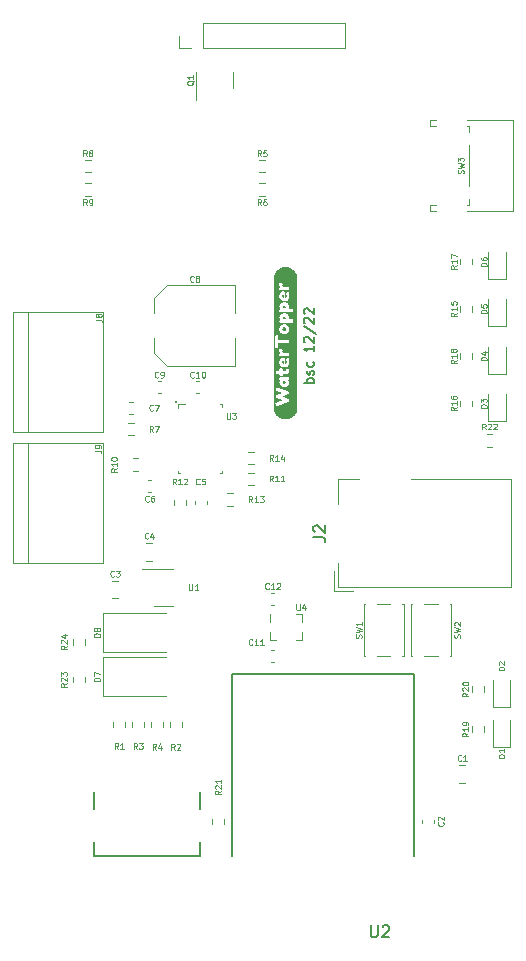
<source format=gbr>
%TF.GenerationSoftware,KiCad,Pcbnew,(6.0.7)*%
%TF.CreationDate,2022-11-21T13:24:11-08:00*%
%TF.ProjectId,WaterTopper,57617465-7254-46f7-9070-65722e6b6963,rev?*%
%TF.SameCoordinates,Original*%
%TF.FileFunction,Legend,Top*%
%TF.FilePolarity,Positive*%
%FSLAX46Y46*%
G04 Gerber Fmt 4.6, Leading zero omitted, Abs format (unit mm)*
G04 Created by KiCad (PCBNEW (6.0.7)) date 2022-11-21 13:24:11*
%MOMM*%
%LPD*%
G01*
G04 APERTURE LIST*
%ADD10C,0.152400*%
%ADD11C,0.125000*%
%ADD12C,0.150000*%
%ADD13C,0.062500*%
%ADD14C,0.120000*%
%ADD15C,0.127000*%
%ADD16C,0.100000*%
G04 APERTURE END LIST*
D10*
X153867695Y-85885085D02*
X153054895Y-85885085D01*
X153364533Y-85885085D02*
X153325828Y-85807676D01*
X153325828Y-85652857D01*
X153364533Y-85575447D01*
X153403238Y-85536742D01*
X153480647Y-85498038D01*
X153712876Y-85498038D01*
X153790285Y-85536742D01*
X153828990Y-85575447D01*
X153867695Y-85652857D01*
X153867695Y-85807676D01*
X153828990Y-85885085D01*
X153828990Y-85188400D02*
X153867695Y-85110990D01*
X153867695Y-84956171D01*
X153828990Y-84878761D01*
X153751580Y-84840057D01*
X153712876Y-84840057D01*
X153635466Y-84878761D01*
X153596761Y-84956171D01*
X153596761Y-85072285D01*
X153558057Y-85149695D01*
X153480647Y-85188400D01*
X153441942Y-85188400D01*
X153364533Y-85149695D01*
X153325828Y-85072285D01*
X153325828Y-84956171D01*
X153364533Y-84878761D01*
X153828990Y-84143371D02*
X153867695Y-84220780D01*
X153867695Y-84375600D01*
X153828990Y-84453009D01*
X153790285Y-84491714D01*
X153712876Y-84530419D01*
X153480647Y-84530419D01*
X153403238Y-84491714D01*
X153364533Y-84453009D01*
X153325828Y-84375600D01*
X153325828Y-84220780D01*
X153364533Y-84143371D01*
X153867695Y-82750000D02*
X153867695Y-83214457D01*
X153867695Y-82982228D02*
X153054895Y-82982228D01*
X153171009Y-83059638D01*
X153248419Y-83137047D01*
X153287123Y-83214457D01*
X153132304Y-82440361D02*
X153093600Y-82401657D01*
X153054895Y-82324247D01*
X153054895Y-82130723D01*
X153093600Y-82053314D01*
X153132304Y-82014609D01*
X153209714Y-81975904D01*
X153287123Y-81975904D01*
X153403238Y-82014609D01*
X153867695Y-82479066D01*
X153867695Y-81975904D01*
X153016190Y-81046990D02*
X154061219Y-81743676D01*
X153132304Y-80814761D02*
X153093600Y-80776057D01*
X153054895Y-80698647D01*
X153054895Y-80505123D01*
X153093600Y-80427714D01*
X153132304Y-80389009D01*
X153209714Y-80350304D01*
X153287123Y-80350304D01*
X153403238Y-80389009D01*
X153867695Y-80853466D01*
X153867695Y-80350304D01*
X153132304Y-80040666D02*
X153093600Y-80001961D01*
X153054895Y-79924552D01*
X153054895Y-79731028D01*
X153093600Y-79653619D01*
X153132304Y-79614914D01*
X153209714Y-79576209D01*
X153287123Y-79576209D01*
X153403238Y-79614914D01*
X153867695Y-80079371D01*
X153867695Y-79576209D01*
D11*
%TO.C,C9*%
X140716666Y-85378571D02*
X140692857Y-85402380D01*
X140621428Y-85426190D01*
X140573809Y-85426190D01*
X140502380Y-85402380D01*
X140454761Y-85354761D01*
X140430952Y-85307142D01*
X140407142Y-85211904D01*
X140407142Y-85140476D01*
X140430952Y-85045238D01*
X140454761Y-84997619D01*
X140502380Y-84950000D01*
X140573809Y-84926190D01*
X140621428Y-84926190D01*
X140692857Y-84950000D01*
X140716666Y-84973809D01*
X140954761Y-85426190D02*
X141050000Y-85426190D01*
X141097619Y-85402380D01*
X141121428Y-85378571D01*
X141169047Y-85307142D01*
X141192857Y-85211904D01*
X141192857Y-85021428D01*
X141169047Y-84973809D01*
X141145238Y-84950000D01*
X141097619Y-84926190D01*
X141002380Y-84926190D01*
X140954761Y-84950000D01*
X140930952Y-84973809D01*
X140907142Y-85021428D01*
X140907142Y-85140476D01*
X140930952Y-85188095D01*
X140954761Y-85211904D01*
X141002380Y-85235714D01*
X141097619Y-85235714D01*
X141145238Y-85211904D01*
X141169047Y-85188095D01*
X141192857Y-85140476D01*
%TO.C,R22*%
X168428571Y-89826190D02*
X168261904Y-89588095D01*
X168142857Y-89826190D02*
X168142857Y-89326190D01*
X168333333Y-89326190D01*
X168380952Y-89350000D01*
X168404761Y-89373809D01*
X168428571Y-89421428D01*
X168428571Y-89492857D01*
X168404761Y-89540476D01*
X168380952Y-89564285D01*
X168333333Y-89588095D01*
X168142857Y-89588095D01*
X168619047Y-89373809D02*
X168642857Y-89350000D01*
X168690476Y-89326190D01*
X168809523Y-89326190D01*
X168857142Y-89350000D01*
X168880952Y-89373809D01*
X168904761Y-89421428D01*
X168904761Y-89469047D01*
X168880952Y-89540476D01*
X168595238Y-89826190D01*
X168904761Y-89826190D01*
X169095238Y-89373809D02*
X169119047Y-89350000D01*
X169166666Y-89326190D01*
X169285714Y-89326190D01*
X169333333Y-89350000D01*
X169357142Y-89373809D01*
X169380952Y-89421428D01*
X169380952Y-89469047D01*
X169357142Y-89540476D01*
X169071428Y-89826190D01*
X169380952Y-89826190D01*
%TO.C,C6*%
X139916666Y-95878571D02*
X139892857Y-95902380D01*
X139821428Y-95926190D01*
X139773809Y-95926190D01*
X139702380Y-95902380D01*
X139654761Y-95854761D01*
X139630952Y-95807142D01*
X139607142Y-95711904D01*
X139607142Y-95640476D01*
X139630952Y-95545238D01*
X139654761Y-95497619D01*
X139702380Y-95450000D01*
X139773809Y-95426190D01*
X139821428Y-95426190D01*
X139892857Y-95450000D01*
X139916666Y-95473809D01*
X140345238Y-95426190D02*
X140250000Y-95426190D01*
X140202380Y-95450000D01*
X140178571Y-95473809D01*
X140130952Y-95545238D01*
X140107142Y-95640476D01*
X140107142Y-95830952D01*
X140130952Y-95878571D01*
X140154761Y-95902380D01*
X140202380Y-95926190D01*
X140297619Y-95926190D01*
X140345238Y-95902380D01*
X140369047Y-95878571D01*
X140392857Y-95830952D01*
X140392857Y-95711904D01*
X140369047Y-95664285D01*
X140345238Y-95640476D01*
X140297619Y-95616666D01*
X140202380Y-95616666D01*
X140154761Y-95640476D01*
X140130952Y-95664285D01*
X140107142Y-95711904D01*
%TO.C,SW3*%
X166559880Y-68141666D02*
X166583690Y-68070238D01*
X166583690Y-67951190D01*
X166559880Y-67903571D01*
X166536071Y-67879761D01*
X166488452Y-67855952D01*
X166440833Y-67855952D01*
X166393214Y-67879761D01*
X166369404Y-67903571D01*
X166345595Y-67951190D01*
X166321785Y-68046428D01*
X166297976Y-68094047D01*
X166274166Y-68117857D01*
X166226547Y-68141666D01*
X166178928Y-68141666D01*
X166131309Y-68117857D01*
X166107500Y-68094047D01*
X166083690Y-68046428D01*
X166083690Y-67927380D01*
X166107500Y-67855952D01*
X166083690Y-67689285D02*
X166583690Y-67570238D01*
X166226547Y-67475000D01*
X166583690Y-67379761D01*
X166083690Y-67260714D01*
X166083690Y-67117857D02*
X166083690Y-66808333D01*
X166274166Y-66975000D01*
X166274166Y-66903571D01*
X166297976Y-66855952D01*
X166321785Y-66832142D01*
X166369404Y-66808333D01*
X166488452Y-66808333D01*
X166536071Y-66832142D01*
X166559880Y-66855952D01*
X166583690Y-66903571D01*
X166583690Y-67046428D01*
X166559880Y-67094047D01*
X166536071Y-67117857D01*
%TO.C,R10*%
X137226190Y-93121428D02*
X136988095Y-93288095D01*
X137226190Y-93407142D02*
X136726190Y-93407142D01*
X136726190Y-93216666D01*
X136750000Y-93169047D01*
X136773809Y-93145238D01*
X136821428Y-93121428D01*
X136892857Y-93121428D01*
X136940476Y-93145238D01*
X136964285Y-93169047D01*
X136988095Y-93216666D01*
X136988095Y-93407142D01*
X137226190Y-92645238D02*
X137226190Y-92930952D01*
X137226190Y-92788095D02*
X136726190Y-92788095D01*
X136797619Y-92835714D01*
X136845238Y-92883333D01*
X136869047Y-92930952D01*
X136726190Y-92335714D02*
X136726190Y-92288095D01*
X136750000Y-92240476D01*
X136773809Y-92216666D01*
X136821428Y-92192857D01*
X136916666Y-92169047D01*
X137035714Y-92169047D01*
X137130952Y-92192857D01*
X137178571Y-92216666D01*
X137202380Y-92240476D01*
X137226190Y-92288095D01*
X137226190Y-92335714D01*
X137202380Y-92383333D01*
X137178571Y-92407142D01*
X137130952Y-92430952D01*
X137035714Y-92454761D01*
X136916666Y-92454761D01*
X136821428Y-92430952D01*
X136773809Y-92407142D01*
X136750000Y-92383333D01*
X136726190Y-92335714D01*
%TO.C,C12*%
X150078571Y-103278571D02*
X150054761Y-103302380D01*
X149983333Y-103326190D01*
X149935714Y-103326190D01*
X149864285Y-103302380D01*
X149816666Y-103254761D01*
X149792857Y-103207142D01*
X149769047Y-103111904D01*
X149769047Y-103040476D01*
X149792857Y-102945238D01*
X149816666Y-102897619D01*
X149864285Y-102850000D01*
X149935714Y-102826190D01*
X149983333Y-102826190D01*
X150054761Y-102850000D01*
X150078571Y-102873809D01*
X150554761Y-103326190D02*
X150269047Y-103326190D01*
X150411904Y-103326190D02*
X150411904Y-102826190D01*
X150364285Y-102897619D01*
X150316666Y-102945238D01*
X150269047Y-102969047D01*
X150745238Y-102873809D02*
X150769047Y-102850000D01*
X150816666Y-102826190D01*
X150935714Y-102826190D01*
X150983333Y-102850000D01*
X151007142Y-102873809D01*
X151030952Y-102921428D01*
X151030952Y-102969047D01*
X151007142Y-103040476D01*
X150721428Y-103326190D01*
X151030952Y-103326190D01*
%TO.C,R3*%
X138916666Y-116876190D02*
X138750000Y-116638095D01*
X138630952Y-116876190D02*
X138630952Y-116376190D01*
X138821428Y-116376190D01*
X138869047Y-116400000D01*
X138892857Y-116423809D01*
X138916666Y-116471428D01*
X138916666Y-116542857D01*
X138892857Y-116590476D01*
X138869047Y-116614285D01*
X138821428Y-116638095D01*
X138630952Y-116638095D01*
X139083333Y-116376190D02*
X139392857Y-116376190D01*
X139226190Y-116566666D01*
X139297619Y-116566666D01*
X139345238Y-116590476D01*
X139369047Y-116614285D01*
X139392857Y-116661904D01*
X139392857Y-116780952D01*
X139369047Y-116828571D01*
X139345238Y-116852380D01*
X139297619Y-116876190D01*
X139154761Y-116876190D01*
X139107142Y-116852380D01*
X139083333Y-116828571D01*
%TO.C,D3*%
X168526190Y-87978823D02*
X168026190Y-87978823D01*
X168026190Y-87859776D01*
X168050000Y-87788347D01*
X168097619Y-87740728D01*
X168145238Y-87716918D01*
X168240476Y-87693109D01*
X168311904Y-87693109D01*
X168407142Y-87716918D01*
X168454761Y-87740728D01*
X168502380Y-87788347D01*
X168526190Y-87859776D01*
X168526190Y-87978823D01*
X168026190Y-87526442D02*
X168026190Y-87216918D01*
X168216666Y-87383585D01*
X168216666Y-87312156D01*
X168240476Y-87264537D01*
X168264285Y-87240728D01*
X168311904Y-87216918D01*
X168430952Y-87216918D01*
X168478571Y-87240728D01*
X168502380Y-87264537D01*
X168526190Y-87312156D01*
X168526190Y-87455014D01*
X168502380Y-87502633D01*
X168478571Y-87526442D01*
%TO.C,R2*%
X142116666Y-116926190D02*
X141950000Y-116688095D01*
X141830952Y-116926190D02*
X141830952Y-116426190D01*
X142021428Y-116426190D01*
X142069047Y-116450000D01*
X142092857Y-116473809D01*
X142116666Y-116521428D01*
X142116666Y-116592857D01*
X142092857Y-116640476D01*
X142069047Y-116664285D01*
X142021428Y-116688095D01*
X141830952Y-116688095D01*
X142307142Y-116473809D02*
X142330952Y-116450000D01*
X142378571Y-116426190D01*
X142497619Y-116426190D01*
X142545238Y-116450000D01*
X142569047Y-116473809D01*
X142592857Y-116521428D01*
X142592857Y-116569047D01*
X142569047Y-116640476D01*
X142283333Y-116926190D01*
X142592857Y-116926190D01*
%TO.C,C3*%
X136966666Y-102228571D02*
X136942857Y-102252380D01*
X136871428Y-102276190D01*
X136823809Y-102276190D01*
X136752380Y-102252380D01*
X136704761Y-102204761D01*
X136680952Y-102157142D01*
X136657142Y-102061904D01*
X136657142Y-101990476D01*
X136680952Y-101895238D01*
X136704761Y-101847619D01*
X136752380Y-101800000D01*
X136823809Y-101776190D01*
X136871428Y-101776190D01*
X136942857Y-101800000D01*
X136966666Y-101823809D01*
X137133333Y-101776190D02*
X137442857Y-101776190D01*
X137276190Y-101966666D01*
X137347619Y-101966666D01*
X137395238Y-101990476D01*
X137419047Y-102014285D01*
X137442857Y-102061904D01*
X137442857Y-102180952D01*
X137419047Y-102228571D01*
X137395238Y-102252380D01*
X137347619Y-102276190D01*
X137204761Y-102276190D01*
X137157142Y-102252380D01*
X137133333Y-102228571D01*
%TO.C,D7*%
X135776190Y-111119047D02*
X135276190Y-111119047D01*
X135276190Y-111000000D01*
X135300000Y-110928571D01*
X135347619Y-110880952D01*
X135395238Y-110857142D01*
X135490476Y-110833333D01*
X135561904Y-110833333D01*
X135657142Y-110857142D01*
X135704761Y-110880952D01*
X135752380Y-110928571D01*
X135776190Y-111000000D01*
X135776190Y-111119047D01*
X135276190Y-110666666D02*
X135276190Y-110333333D01*
X135776190Y-110547619D01*
%TO.C,C4*%
X139866666Y-99028571D02*
X139842857Y-99052380D01*
X139771428Y-99076190D01*
X139723809Y-99076190D01*
X139652380Y-99052380D01*
X139604761Y-99004761D01*
X139580952Y-98957142D01*
X139557142Y-98861904D01*
X139557142Y-98790476D01*
X139580952Y-98695238D01*
X139604761Y-98647619D01*
X139652380Y-98600000D01*
X139723809Y-98576190D01*
X139771428Y-98576190D01*
X139842857Y-98600000D01*
X139866666Y-98623809D01*
X140295238Y-98742857D02*
X140295238Y-99076190D01*
X140176190Y-98552380D02*
X140057142Y-98909523D01*
X140366666Y-98909523D01*
%TO.C,R11*%
X150428571Y-94226190D02*
X150261904Y-93988095D01*
X150142857Y-94226190D02*
X150142857Y-93726190D01*
X150333333Y-93726190D01*
X150380952Y-93750000D01*
X150404761Y-93773809D01*
X150428571Y-93821428D01*
X150428571Y-93892857D01*
X150404761Y-93940476D01*
X150380952Y-93964285D01*
X150333333Y-93988095D01*
X150142857Y-93988095D01*
X150904761Y-94226190D02*
X150619047Y-94226190D01*
X150761904Y-94226190D02*
X150761904Y-93726190D01*
X150714285Y-93797619D01*
X150666666Y-93845238D01*
X150619047Y-93869047D01*
X151380952Y-94226190D02*
X151095238Y-94226190D01*
X151238095Y-94226190D02*
X151238095Y-93726190D01*
X151190476Y-93797619D01*
X151142857Y-93845238D01*
X151095238Y-93869047D01*
%TO.C,D8*%
X135776190Y-107369047D02*
X135276190Y-107369047D01*
X135276190Y-107250000D01*
X135300000Y-107178571D01*
X135347619Y-107130952D01*
X135395238Y-107107142D01*
X135490476Y-107083333D01*
X135561904Y-107083333D01*
X135657142Y-107107142D01*
X135704761Y-107130952D01*
X135752380Y-107178571D01*
X135776190Y-107250000D01*
X135776190Y-107369047D01*
X135490476Y-106797619D02*
X135466666Y-106845238D01*
X135442857Y-106869047D01*
X135395238Y-106892857D01*
X135371428Y-106892857D01*
X135323809Y-106869047D01*
X135300000Y-106845238D01*
X135276190Y-106797619D01*
X135276190Y-106702380D01*
X135300000Y-106654761D01*
X135323809Y-106630952D01*
X135371428Y-106607142D01*
X135395238Y-106607142D01*
X135442857Y-106630952D01*
X135466666Y-106654761D01*
X135490476Y-106702380D01*
X135490476Y-106797619D01*
X135514285Y-106845238D01*
X135538095Y-106869047D01*
X135585714Y-106892857D01*
X135680952Y-106892857D01*
X135728571Y-106869047D01*
X135752380Y-106845238D01*
X135776190Y-106797619D01*
X135776190Y-106702380D01*
X135752380Y-106654761D01*
X135728571Y-106630952D01*
X135680952Y-106607142D01*
X135585714Y-106607142D01*
X135538095Y-106630952D01*
X135514285Y-106654761D01*
X135490476Y-106702380D01*
%TO.C,D2*%
X170026190Y-110219047D02*
X169526190Y-110219047D01*
X169526190Y-110100000D01*
X169550000Y-110028571D01*
X169597619Y-109980952D01*
X169645238Y-109957142D01*
X169740476Y-109933333D01*
X169811904Y-109933333D01*
X169907142Y-109957142D01*
X169954761Y-109980952D01*
X170002380Y-110028571D01*
X170026190Y-110100000D01*
X170026190Y-110219047D01*
X169573809Y-109742857D02*
X169550000Y-109719047D01*
X169526190Y-109671428D01*
X169526190Y-109552380D01*
X169550000Y-109504761D01*
X169573809Y-109480952D01*
X169621428Y-109457142D01*
X169669047Y-109457142D01*
X169740476Y-109480952D01*
X170026190Y-109766666D01*
X170026190Y-109457142D01*
%TO.C,R17*%
X165976190Y-75931204D02*
X165738095Y-76097871D01*
X165976190Y-76216918D02*
X165476190Y-76216918D01*
X165476190Y-76026442D01*
X165500000Y-75978823D01*
X165523809Y-75955014D01*
X165571428Y-75931204D01*
X165642857Y-75931204D01*
X165690476Y-75955014D01*
X165714285Y-75978823D01*
X165738095Y-76026442D01*
X165738095Y-76216918D01*
X165976190Y-75455014D02*
X165976190Y-75740728D01*
X165976190Y-75597871D02*
X165476190Y-75597871D01*
X165547619Y-75645490D01*
X165595238Y-75693109D01*
X165619047Y-75740728D01*
X165476190Y-75288347D02*
X165476190Y-74955014D01*
X165976190Y-75169299D01*
D12*
%TO.C,J2*%
X153852380Y-98933333D02*
X154566666Y-98933333D01*
X154709523Y-98980952D01*
X154804761Y-99076190D01*
X154852380Y-99219047D01*
X154852380Y-99314285D01*
X153947619Y-98504761D02*
X153900000Y-98457142D01*
X153852380Y-98361904D01*
X153852380Y-98123809D01*
X153900000Y-98028571D01*
X153947619Y-97980952D01*
X154042857Y-97933333D01*
X154138095Y-97933333D01*
X154280952Y-97980952D01*
X154852380Y-98552380D01*
X154852380Y-97933333D01*
D11*
%TO.C,R4*%
X140516666Y-116926190D02*
X140350000Y-116688095D01*
X140230952Y-116926190D02*
X140230952Y-116426190D01*
X140421428Y-116426190D01*
X140469047Y-116450000D01*
X140492857Y-116473809D01*
X140516666Y-116521428D01*
X140516666Y-116592857D01*
X140492857Y-116640476D01*
X140469047Y-116664285D01*
X140421428Y-116688095D01*
X140230952Y-116688095D01*
X140945238Y-116592857D02*
X140945238Y-116926190D01*
X140826190Y-116402380D02*
X140707142Y-116759523D01*
X141016666Y-116759523D01*
%TO.C,R21*%
X146026190Y-120421428D02*
X145788095Y-120588095D01*
X146026190Y-120707142D02*
X145526190Y-120707142D01*
X145526190Y-120516666D01*
X145550000Y-120469047D01*
X145573809Y-120445238D01*
X145621428Y-120421428D01*
X145692857Y-120421428D01*
X145740476Y-120445238D01*
X145764285Y-120469047D01*
X145788095Y-120516666D01*
X145788095Y-120707142D01*
X145573809Y-120230952D02*
X145550000Y-120207142D01*
X145526190Y-120159523D01*
X145526190Y-120040476D01*
X145550000Y-119992857D01*
X145573809Y-119969047D01*
X145621428Y-119945238D01*
X145669047Y-119945238D01*
X145740476Y-119969047D01*
X146026190Y-120254761D01*
X146026190Y-119945238D01*
X146026190Y-119469047D02*
X146026190Y-119754761D01*
X146026190Y-119611904D02*
X145526190Y-119611904D01*
X145597619Y-119659523D01*
X145645238Y-119707142D01*
X145669047Y-119754761D01*
%TO.C,R19*%
X166976190Y-115521428D02*
X166738095Y-115688095D01*
X166976190Y-115807142D02*
X166476190Y-115807142D01*
X166476190Y-115616666D01*
X166500000Y-115569047D01*
X166523809Y-115545238D01*
X166571428Y-115521428D01*
X166642857Y-115521428D01*
X166690476Y-115545238D01*
X166714285Y-115569047D01*
X166738095Y-115616666D01*
X166738095Y-115807142D01*
X166976190Y-115045238D02*
X166976190Y-115330952D01*
X166976190Y-115188095D02*
X166476190Y-115188095D01*
X166547619Y-115235714D01*
X166595238Y-115283333D01*
X166619047Y-115330952D01*
X166976190Y-114807142D02*
X166976190Y-114711904D01*
X166952380Y-114664285D01*
X166928571Y-114640476D01*
X166857142Y-114592857D01*
X166761904Y-114569047D01*
X166571428Y-114569047D01*
X166523809Y-114592857D01*
X166500000Y-114616666D01*
X166476190Y-114664285D01*
X166476190Y-114759523D01*
X166500000Y-114807142D01*
X166523809Y-114830952D01*
X166571428Y-114854761D01*
X166690476Y-114854761D01*
X166738095Y-114830952D01*
X166761904Y-114807142D01*
X166785714Y-114759523D01*
X166785714Y-114664285D01*
X166761904Y-114616666D01*
X166738095Y-114592857D01*
X166690476Y-114569047D01*
%TO.C,R13*%
X148678571Y-95976190D02*
X148511904Y-95738095D01*
X148392857Y-95976190D02*
X148392857Y-95476190D01*
X148583333Y-95476190D01*
X148630952Y-95500000D01*
X148654761Y-95523809D01*
X148678571Y-95571428D01*
X148678571Y-95642857D01*
X148654761Y-95690476D01*
X148630952Y-95714285D01*
X148583333Y-95738095D01*
X148392857Y-95738095D01*
X149154761Y-95976190D02*
X148869047Y-95976190D01*
X149011904Y-95976190D02*
X149011904Y-95476190D01*
X148964285Y-95547619D01*
X148916666Y-95595238D01*
X148869047Y-95619047D01*
X149321428Y-95476190D02*
X149630952Y-95476190D01*
X149464285Y-95666666D01*
X149535714Y-95666666D01*
X149583333Y-95690476D01*
X149607142Y-95714285D01*
X149630952Y-95761904D01*
X149630952Y-95880952D01*
X149607142Y-95928571D01*
X149583333Y-95952380D01*
X149535714Y-95976190D01*
X149392857Y-95976190D01*
X149345238Y-95952380D01*
X149321428Y-95928571D01*
%TO.C,R7*%
X140266666Y-90026190D02*
X140100000Y-89788095D01*
X139980952Y-90026190D02*
X139980952Y-89526190D01*
X140171428Y-89526190D01*
X140219047Y-89550000D01*
X140242857Y-89573809D01*
X140266666Y-89621428D01*
X140266666Y-89692857D01*
X140242857Y-89740476D01*
X140219047Y-89764285D01*
X140171428Y-89788095D01*
X139980952Y-89788095D01*
X140433333Y-89526190D02*
X140766666Y-89526190D01*
X140552380Y-90026190D01*
%TO.C,R23*%
X132976190Y-111321428D02*
X132738095Y-111488095D01*
X132976190Y-111607142D02*
X132476190Y-111607142D01*
X132476190Y-111416666D01*
X132500000Y-111369047D01*
X132523809Y-111345238D01*
X132571428Y-111321428D01*
X132642857Y-111321428D01*
X132690476Y-111345238D01*
X132714285Y-111369047D01*
X132738095Y-111416666D01*
X132738095Y-111607142D01*
X132523809Y-111130952D02*
X132500000Y-111107142D01*
X132476190Y-111059523D01*
X132476190Y-110940476D01*
X132500000Y-110892857D01*
X132523809Y-110869047D01*
X132571428Y-110845238D01*
X132619047Y-110845238D01*
X132690476Y-110869047D01*
X132976190Y-111154761D01*
X132976190Y-110845238D01*
X132476190Y-110678571D02*
X132476190Y-110369047D01*
X132666666Y-110535714D01*
X132666666Y-110464285D01*
X132690476Y-110416666D01*
X132714285Y-110392857D01*
X132761904Y-110369047D01*
X132880952Y-110369047D01*
X132928571Y-110392857D01*
X132952380Y-110416666D01*
X132976190Y-110464285D01*
X132976190Y-110607142D01*
X132952380Y-110654761D01*
X132928571Y-110678571D01*
%TO.C,J8*%
X135426190Y-80516666D02*
X135783333Y-80516666D01*
X135854761Y-80540476D01*
X135902380Y-80588095D01*
X135926190Y-80659523D01*
X135926190Y-80707142D01*
X135640476Y-80207142D02*
X135616666Y-80254761D01*
X135592857Y-80278571D01*
X135545238Y-80302380D01*
X135521428Y-80302380D01*
X135473809Y-80278571D01*
X135450000Y-80254761D01*
X135426190Y-80207142D01*
X135426190Y-80111904D01*
X135450000Y-80064285D01*
X135473809Y-80040476D01*
X135521428Y-80016666D01*
X135545238Y-80016666D01*
X135592857Y-80040476D01*
X135616666Y-80064285D01*
X135640476Y-80111904D01*
X135640476Y-80207142D01*
X135664285Y-80254761D01*
X135688095Y-80278571D01*
X135735714Y-80302380D01*
X135830952Y-80302380D01*
X135878571Y-80278571D01*
X135902380Y-80254761D01*
X135926190Y-80207142D01*
X135926190Y-80111904D01*
X135902380Y-80064285D01*
X135878571Y-80040476D01*
X135830952Y-80016666D01*
X135735714Y-80016666D01*
X135688095Y-80040476D01*
X135664285Y-80064285D01*
X135640476Y-80111904D01*
%TO.C,R18*%
X165976190Y-83931204D02*
X165738095Y-84097871D01*
X165976190Y-84216918D02*
X165476190Y-84216918D01*
X165476190Y-84026442D01*
X165500000Y-83978823D01*
X165523809Y-83955014D01*
X165571428Y-83931204D01*
X165642857Y-83931204D01*
X165690476Y-83955014D01*
X165714285Y-83978823D01*
X165738095Y-84026442D01*
X165738095Y-84216918D01*
X165976190Y-83455014D02*
X165976190Y-83740728D01*
X165976190Y-83597871D02*
X165476190Y-83597871D01*
X165547619Y-83645490D01*
X165595238Y-83693109D01*
X165619047Y-83740728D01*
X165690476Y-83169299D02*
X165666666Y-83216918D01*
X165642857Y-83240728D01*
X165595238Y-83264537D01*
X165571428Y-83264537D01*
X165523809Y-83240728D01*
X165500000Y-83216918D01*
X165476190Y-83169299D01*
X165476190Y-83074061D01*
X165500000Y-83026442D01*
X165523809Y-83002633D01*
X165571428Y-82978823D01*
X165595238Y-82978823D01*
X165642857Y-83002633D01*
X165666666Y-83026442D01*
X165690476Y-83074061D01*
X165690476Y-83169299D01*
X165714285Y-83216918D01*
X165738095Y-83240728D01*
X165785714Y-83264537D01*
X165880952Y-83264537D01*
X165928571Y-83240728D01*
X165952380Y-83216918D01*
X165976190Y-83169299D01*
X165976190Y-83074061D01*
X165952380Y-83026442D01*
X165928571Y-83002633D01*
X165880952Y-82978823D01*
X165785714Y-82978823D01*
X165738095Y-83002633D01*
X165714285Y-83026442D01*
X165690476Y-83074061D01*
%TO.C,U1*%
X143319047Y-102926190D02*
X143319047Y-103330952D01*
X143342857Y-103378571D01*
X143366666Y-103402380D01*
X143414285Y-103426190D01*
X143509523Y-103426190D01*
X143557142Y-103402380D01*
X143580952Y-103378571D01*
X143604761Y-103330952D01*
X143604761Y-102926190D01*
X144104761Y-103426190D02*
X143819047Y-103426190D01*
X143961904Y-103426190D02*
X143961904Y-102926190D01*
X143914285Y-102997619D01*
X143866666Y-103045238D01*
X143819047Y-103069047D01*
%TO.C,D6*%
X168526190Y-75978823D02*
X168026190Y-75978823D01*
X168026190Y-75859776D01*
X168050000Y-75788347D01*
X168097619Y-75740728D01*
X168145238Y-75716918D01*
X168240476Y-75693109D01*
X168311904Y-75693109D01*
X168407142Y-75716918D01*
X168454761Y-75740728D01*
X168502380Y-75788347D01*
X168526190Y-75859776D01*
X168526190Y-75978823D01*
X168026190Y-75264537D02*
X168026190Y-75359776D01*
X168050000Y-75407395D01*
X168073809Y-75431204D01*
X168145238Y-75478823D01*
X168240476Y-75502633D01*
X168430952Y-75502633D01*
X168478571Y-75478823D01*
X168502380Y-75455014D01*
X168526190Y-75407395D01*
X168526190Y-75312156D01*
X168502380Y-75264537D01*
X168478571Y-75240728D01*
X168430952Y-75216918D01*
X168311904Y-75216918D01*
X168264285Y-75240728D01*
X168240476Y-75264537D01*
X168216666Y-75312156D01*
X168216666Y-75407395D01*
X168240476Y-75455014D01*
X168264285Y-75478823D01*
X168311904Y-75502633D01*
%TO.C,C5*%
X144216666Y-94428571D02*
X144192857Y-94452380D01*
X144121428Y-94476190D01*
X144073809Y-94476190D01*
X144002380Y-94452380D01*
X143954761Y-94404761D01*
X143930952Y-94357142D01*
X143907142Y-94261904D01*
X143907142Y-94190476D01*
X143930952Y-94095238D01*
X143954761Y-94047619D01*
X144002380Y-94000000D01*
X144073809Y-93976190D01*
X144121428Y-93976190D01*
X144192857Y-94000000D01*
X144216666Y-94023809D01*
X144669047Y-93976190D02*
X144430952Y-93976190D01*
X144407142Y-94214285D01*
X144430952Y-94190476D01*
X144478571Y-94166666D01*
X144597619Y-94166666D01*
X144645238Y-94190476D01*
X144669047Y-94214285D01*
X144692857Y-94261904D01*
X144692857Y-94380952D01*
X144669047Y-94428571D01*
X144645238Y-94452380D01*
X144597619Y-94476190D01*
X144478571Y-94476190D01*
X144430952Y-94452380D01*
X144407142Y-94428571D01*
%TO.C,R1*%
X137316666Y-116876190D02*
X137150000Y-116638095D01*
X137030952Y-116876190D02*
X137030952Y-116376190D01*
X137221428Y-116376190D01*
X137269047Y-116400000D01*
X137292857Y-116423809D01*
X137316666Y-116471428D01*
X137316666Y-116542857D01*
X137292857Y-116590476D01*
X137269047Y-116614285D01*
X137221428Y-116638095D01*
X137030952Y-116638095D01*
X137792857Y-116876190D02*
X137507142Y-116876190D01*
X137650000Y-116876190D02*
X137650000Y-116376190D01*
X137602380Y-116447619D01*
X137554761Y-116495238D01*
X137507142Y-116519047D01*
%TO.C,U3*%
X146519047Y-88426190D02*
X146519047Y-88830952D01*
X146542857Y-88878571D01*
X146566666Y-88902380D01*
X146614285Y-88926190D01*
X146709523Y-88926190D01*
X146757142Y-88902380D01*
X146780952Y-88878571D01*
X146804761Y-88830952D01*
X146804761Y-88426190D01*
X146995238Y-88426190D02*
X147304761Y-88426190D01*
X147138095Y-88616666D01*
X147209523Y-88616666D01*
X147257142Y-88640476D01*
X147280952Y-88664285D01*
X147304761Y-88711904D01*
X147304761Y-88830952D01*
X147280952Y-88878571D01*
X147257142Y-88902380D01*
X147209523Y-88926190D01*
X147066666Y-88926190D01*
X147019047Y-88902380D01*
X146995238Y-88878571D01*
D13*
X142200000Y-87413095D02*
X142200000Y-87472619D01*
X142140476Y-87448809D02*
X142200000Y-87472619D01*
X142259523Y-87448809D01*
X142164285Y-87520238D02*
X142200000Y-87472619D01*
X142235714Y-87520238D01*
D11*
%TO.C,C7*%
X140266666Y-88178571D02*
X140242857Y-88202380D01*
X140171428Y-88226190D01*
X140123809Y-88226190D01*
X140052380Y-88202380D01*
X140004761Y-88154761D01*
X139980952Y-88107142D01*
X139957142Y-88011904D01*
X139957142Y-87940476D01*
X139980952Y-87845238D01*
X140004761Y-87797619D01*
X140052380Y-87750000D01*
X140123809Y-87726190D01*
X140171428Y-87726190D01*
X140242857Y-87750000D01*
X140266666Y-87773809D01*
X140433333Y-87726190D02*
X140766666Y-87726190D01*
X140552380Y-88226190D01*
%TO.C,R24*%
X132976190Y-108121428D02*
X132738095Y-108288095D01*
X132976190Y-108407142D02*
X132476190Y-108407142D01*
X132476190Y-108216666D01*
X132500000Y-108169047D01*
X132523809Y-108145238D01*
X132571428Y-108121428D01*
X132642857Y-108121428D01*
X132690476Y-108145238D01*
X132714285Y-108169047D01*
X132738095Y-108216666D01*
X132738095Y-108407142D01*
X132523809Y-107930952D02*
X132500000Y-107907142D01*
X132476190Y-107859523D01*
X132476190Y-107740476D01*
X132500000Y-107692857D01*
X132523809Y-107669047D01*
X132571428Y-107645238D01*
X132619047Y-107645238D01*
X132690476Y-107669047D01*
X132976190Y-107954761D01*
X132976190Y-107645238D01*
X132642857Y-107216666D02*
X132976190Y-107216666D01*
X132452380Y-107335714D02*
X132809523Y-107454761D01*
X132809523Y-107145238D01*
%TO.C,D1*%
X170026190Y-117619047D02*
X169526190Y-117619047D01*
X169526190Y-117500000D01*
X169550000Y-117428571D01*
X169597619Y-117380952D01*
X169645238Y-117357142D01*
X169740476Y-117333333D01*
X169811904Y-117333333D01*
X169907142Y-117357142D01*
X169954761Y-117380952D01*
X170002380Y-117428571D01*
X170026190Y-117500000D01*
X170026190Y-117619047D01*
X170026190Y-116857142D02*
X170026190Y-117142857D01*
X170026190Y-117000000D02*
X169526190Y-117000000D01*
X169597619Y-117047619D01*
X169645238Y-117095238D01*
X169669047Y-117142857D01*
%TO.C,R8*%
X134666666Y-66676190D02*
X134500000Y-66438095D01*
X134380952Y-66676190D02*
X134380952Y-66176190D01*
X134571428Y-66176190D01*
X134619047Y-66200000D01*
X134642857Y-66223809D01*
X134666666Y-66271428D01*
X134666666Y-66342857D01*
X134642857Y-66390476D01*
X134619047Y-66414285D01*
X134571428Y-66438095D01*
X134380952Y-66438095D01*
X134952380Y-66390476D02*
X134904761Y-66366666D01*
X134880952Y-66342857D01*
X134857142Y-66295238D01*
X134857142Y-66271428D01*
X134880952Y-66223809D01*
X134904761Y-66200000D01*
X134952380Y-66176190D01*
X135047619Y-66176190D01*
X135095238Y-66200000D01*
X135119047Y-66223809D01*
X135142857Y-66271428D01*
X135142857Y-66295238D01*
X135119047Y-66342857D01*
X135095238Y-66366666D01*
X135047619Y-66390476D01*
X134952380Y-66390476D01*
X134904761Y-66414285D01*
X134880952Y-66438095D01*
X134857142Y-66485714D01*
X134857142Y-66580952D01*
X134880952Y-66628571D01*
X134904761Y-66652380D01*
X134952380Y-66676190D01*
X135047619Y-66676190D01*
X135095238Y-66652380D01*
X135119047Y-66628571D01*
X135142857Y-66580952D01*
X135142857Y-66485714D01*
X135119047Y-66438095D01*
X135095238Y-66414285D01*
X135047619Y-66390476D01*
%TO.C,R12*%
X142228571Y-94476190D02*
X142061904Y-94238095D01*
X141942857Y-94476190D02*
X141942857Y-93976190D01*
X142133333Y-93976190D01*
X142180952Y-94000000D01*
X142204761Y-94023809D01*
X142228571Y-94071428D01*
X142228571Y-94142857D01*
X142204761Y-94190476D01*
X142180952Y-94214285D01*
X142133333Y-94238095D01*
X141942857Y-94238095D01*
X142704761Y-94476190D02*
X142419047Y-94476190D01*
X142561904Y-94476190D02*
X142561904Y-93976190D01*
X142514285Y-94047619D01*
X142466666Y-94095238D01*
X142419047Y-94119047D01*
X142895238Y-94023809D02*
X142919047Y-94000000D01*
X142966666Y-93976190D01*
X143085714Y-93976190D01*
X143133333Y-94000000D01*
X143157142Y-94023809D01*
X143180952Y-94071428D01*
X143180952Y-94119047D01*
X143157142Y-94190476D01*
X142871428Y-94476190D01*
X143180952Y-94476190D01*
%TO.C,R20*%
X166976190Y-112133928D02*
X166738095Y-112300595D01*
X166976190Y-112419642D02*
X166476190Y-112419642D01*
X166476190Y-112229166D01*
X166500000Y-112181547D01*
X166523809Y-112157738D01*
X166571428Y-112133928D01*
X166642857Y-112133928D01*
X166690476Y-112157738D01*
X166714285Y-112181547D01*
X166738095Y-112229166D01*
X166738095Y-112419642D01*
X166523809Y-111943452D02*
X166500000Y-111919642D01*
X166476190Y-111872023D01*
X166476190Y-111752976D01*
X166500000Y-111705357D01*
X166523809Y-111681547D01*
X166571428Y-111657738D01*
X166619047Y-111657738D01*
X166690476Y-111681547D01*
X166976190Y-111967261D01*
X166976190Y-111657738D01*
X166476190Y-111348214D02*
X166476190Y-111300595D01*
X166500000Y-111252976D01*
X166523809Y-111229166D01*
X166571428Y-111205357D01*
X166666666Y-111181547D01*
X166785714Y-111181547D01*
X166880952Y-111205357D01*
X166928571Y-111229166D01*
X166952380Y-111252976D01*
X166976190Y-111300595D01*
X166976190Y-111348214D01*
X166952380Y-111395833D01*
X166928571Y-111419642D01*
X166880952Y-111443452D01*
X166785714Y-111467261D01*
X166666666Y-111467261D01*
X166571428Y-111443452D01*
X166523809Y-111419642D01*
X166500000Y-111395833D01*
X166476190Y-111348214D01*
%TO.C,R6*%
X149416666Y-70826190D02*
X149250000Y-70588095D01*
X149130952Y-70826190D02*
X149130952Y-70326190D01*
X149321428Y-70326190D01*
X149369047Y-70350000D01*
X149392857Y-70373809D01*
X149416666Y-70421428D01*
X149416666Y-70492857D01*
X149392857Y-70540476D01*
X149369047Y-70564285D01*
X149321428Y-70588095D01*
X149130952Y-70588095D01*
X149845238Y-70326190D02*
X149750000Y-70326190D01*
X149702380Y-70350000D01*
X149678571Y-70373809D01*
X149630952Y-70445238D01*
X149607142Y-70540476D01*
X149607142Y-70730952D01*
X149630952Y-70778571D01*
X149654761Y-70802380D01*
X149702380Y-70826190D01*
X149797619Y-70826190D01*
X149845238Y-70802380D01*
X149869047Y-70778571D01*
X149892857Y-70730952D01*
X149892857Y-70611904D01*
X149869047Y-70564285D01*
X149845238Y-70540476D01*
X149797619Y-70516666D01*
X149702380Y-70516666D01*
X149654761Y-70540476D01*
X149630952Y-70564285D01*
X149607142Y-70611904D01*
%TO.C,C11*%
X148678571Y-108028571D02*
X148654761Y-108052380D01*
X148583333Y-108076190D01*
X148535714Y-108076190D01*
X148464285Y-108052380D01*
X148416666Y-108004761D01*
X148392857Y-107957142D01*
X148369047Y-107861904D01*
X148369047Y-107790476D01*
X148392857Y-107695238D01*
X148416666Y-107647619D01*
X148464285Y-107600000D01*
X148535714Y-107576190D01*
X148583333Y-107576190D01*
X148654761Y-107600000D01*
X148678571Y-107623809D01*
X149154761Y-108076190D02*
X148869047Y-108076190D01*
X149011904Y-108076190D02*
X149011904Y-107576190D01*
X148964285Y-107647619D01*
X148916666Y-107695238D01*
X148869047Y-107719047D01*
X149630952Y-108076190D02*
X149345238Y-108076190D01*
X149488095Y-108076190D02*
X149488095Y-107576190D01*
X149440476Y-107647619D01*
X149392857Y-107695238D01*
X149345238Y-107719047D01*
%TO.C,D5*%
X168526190Y-79978823D02*
X168026190Y-79978823D01*
X168026190Y-79859776D01*
X168050000Y-79788347D01*
X168097619Y-79740728D01*
X168145238Y-79716918D01*
X168240476Y-79693109D01*
X168311904Y-79693109D01*
X168407142Y-79716918D01*
X168454761Y-79740728D01*
X168502380Y-79788347D01*
X168526190Y-79859776D01*
X168526190Y-79978823D01*
X168026190Y-79240728D02*
X168026190Y-79478823D01*
X168264285Y-79502633D01*
X168240476Y-79478823D01*
X168216666Y-79431204D01*
X168216666Y-79312156D01*
X168240476Y-79264537D01*
X168264285Y-79240728D01*
X168311904Y-79216918D01*
X168430952Y-79216918D01*
X168478571Y-79240728D01*
X168502380Y-79264537D01*
X168526190Y-79312156D01*
X168526190Y-79431204D01*
X168502380Y-79478823D01*
X168478571Y-79502633D01*
%TO.C,C2*%
X164828571Y-123084903D02*
X164852380Y-123108712D01*
X164876190Y-123180141D01*
X164876190Y-123227760D01*
X164852380Y-123299189D01*
X164804761Y-123346808D01*
X164757142Y-123370617D01*
X164661904Y-123394427D01*
X164590476Y-123394427D01*
X164495238Y-123370617D01*
X164447619Y-123346808D01*
X164400000Y-123299189D01*
X164376190Y-123227760D01*
X164376190Y-123180141D01*
X164400000Y-123108712D01*
X164423809Y-123084903D01*
X164423809Y-122894427D02*
X164400000Y-122870617D01*
X164376190Y-122822998D01*
X164376190Y-122703950D01*
X164400000Y-122656331D01*
X164423809Y-122632522D01*
X164471428Y-122608712D01*
X164519047Y-122608712D01*
X164590476Y-122632522D01*
X164876190Y-122918236D01*
X164876190Y-122608712D01*
%TO.C,Q1*%
X143723809Y-60297619D02*
X143700000Y-60345238D01*
X143652380Y-60392857D01*
X143580952Y-60464285D01*
X143557142Y-60511904D01*
X143557142Y-60559523D01*
X143676190Y-60535714D02*
X143652380Y-60583333D01*
X143604761Y-60630952D01*
X143509523Y-60654761D01*
X143342857Y-60654761D01*
X143247619Y-60630952D01*
X143200000Y-60583333D01*
X143176190Y-60535714D01*
X143176190Y-60440476D01*
X143200000Y-60392857D01*
X143247619Y-60345238D01*
X143342857Y-60321428D01*
X143509523Y-60321428D01*
X143604761Y-60345238D01*
X143652380Y-60392857D01*
X143676190Y-60440476D01*
X143676190Y-60535714D01*
X143676190Y-59845238D02*
X143676190Y-60130952D01*
X143676190Y-59988095D02*
X143176190Y-59988095D01*
X143247619Y-60035714D01*
X143295238Y-60083333D01*
X143319047Y-60130952D01*
%TO.C,C1*%
X166366666Y-117828571D02*
X166342857Y-117852380D01*
X166271428Y-117876190D01*
X166223809Y-117876190D01*
X166152380Y-117852380D01*
X166104761Y-117804761D01*
X166080952Y-117757142D01*
X166057142Y-117661904D01*
X166057142Y-117590476D01*
X166080952Y-117495238D01*
X166104761Y-117447619D01*
X166152380Y-117400000D01*
X166223809Y-117376190D01*
X166271428Y-117376190D01*
X166342857Y-117400000D01*
X166366666Y-117423809D01*
X166842857Y-117876190D02*
X166557142Y-117876190D01*
X166700000Y-117876190D02*
X166700000Y-117376190D01*
X166652380Y-117447619D01*
X166604761Y-117495238D01*
X166557142Y-117519047D01*
%TO.C,SW2*%
X166252380Y-107466666D02*
X166276190Y-107395238D01*
X166276190Y-107276190D01*
X166252380Y-107228571D01*
X166228571Y-107204761D01*
X166180952Y-107180952D01*
X166133333Y-107180952D01*
X166085714Y-107204761D01*
X166061904Y-107228571D01*
X166038095Y-107276190D01*
X166014285Y-107371428D01*
X165990476Y-107419047D01*
X165966666Y-107442857D01*
X165919047Y-107466666D01*
X165871428Y-107466666D01*
X165823809Y-107442857D01*
X165800000Y-107419047D01*
X165776190Y-107371428D01*
X165776190Y-107252380D01*
X165800000Y-107180952D01*
X165776190Y-107014285D02*
X166276190Y-106895238D01*
X165919047Y-106800000D01*
X166276190Y-106704761D01*
X165776190Y-106585714D01*
X165823809Y-106419047D02*
X165800000Y-106395238D01*
X165776190Y-106347619D01*
X165776190Y-106228571D01*
X165800000Y-106180952D01*
X165823809Y-106157142D01*
X165871428Y-106133333D01*
X165919047Y-106133333D01*
X165990476Y-106157142D01*
X166276190Y-106442857D01*
X166276190Y-106133333D01*
%TO.C,R14*%
X150428571Y-92476190D02*
X150261904Y-92238095D01*
X150142857Y-92476190D02*
X150142857Y-91976190D01*
X150333333Y-91976190D01*
X150380952Y-92000000D01*
X150404761Y-92023809D01*
X150428571Y-92071428D01*
X150428571Y-92142857D01*
X150404761Y-92190476D01*
X150380952Y-92214285D01*
X150333333Y-92238095D01*
X150142857Y-92238095D01*
X150904761Y-92476190D02*
X150619047Y-92476190D01*
X150761904Y-92476190D02*
X150761904Y-91976190D01*
X150714285Y-92047619D01*
X150666666Y-92095238D01*
X150619047Y-92119047D01*
X151333333Y-92142857D02*
X151333333Y-92476190D01*
X151214285Y-91952380D02*
X151095238Y-92309523D01*
X151404761Y-92309523D01*
%TO.C,R9*%
X134666666Y-70826190D02*
X134500000Y-70588095D01*
X134380952Y-70826190D02*
X134380952Y-70326190D01*
X134571428Y-70326190D01*
X134619047Y-70350000D01*
X134642857Y-70373809D01*
X134666666Y-70421428D01*
X134666666Y-70492857D01*
X134642857Y-70540476D01*
X134619047Y-70564285D01*
X134571428Y-70588095D01*
X134380952Y-70588095D01*
X134904761Y-70826190D02*
X135000000Y-70826190D01*
X135047619Y-70802380D01*
X135071428Y-70778571D01*
X135119047Y-70707142D01*
X135142857Y-70611904D01*
X135142857Y-70421428D01*
X135119047Y-70373809D01*
X135095238Y-70350000D01*
X135047619Y-70326190D01*
X134952380Y-70326190D01*
X134904761Y-70350000D01*
X134880952Y-70373809D01*
X134857142Y-70421428D01*
X134857142Y-70540476D01*
X134880952Y-70588095D01*
X134904761Y-70611904D01*
X134952380Y-70635714D01*
X135047619Y-70635714D01*
X135095238Y-70611904D01*
X135119047Y-70588095D01*
X135142857Y-70540476D01*
%TO.C,C10*%
X143732568Y-85378571D02*
X143708758Y-85402380D01*
X143637330Y-85426190D01*
X143589711Y-85426190D01*
X143518282Y-85402380D01*
X143470663Y-85354761D01*
X143446854Y-85307142D01*
X143423044Y-85211904D01*
X143423044Y-85140476D01*
X143446854Y-85045238D01*
X143470663Y-84997619D01*
X143518282Y-84950000D01*
X143589711Y-84926190D01*
X143637330Y-84926190D01*
X143708758Y-84950000D01*
X143732568Y-84973809D01*
X144208758Y-85426190D02*
X143923044Y-85426190D01*
X144065901Y-85426190D02*
X144065901Y-84926190D01*
X144018282Y-84997619D01*
X143970663Y-85045238D01*
X143923044Y-85069047D01*
X144518282Y-84926190D02*
X144565901Y-84926190D01*
X144613520Y-84950000D01*
X144637330Y-84973809D01*
X144661139Y-85021428D01*
X144684949Y-85116666D01*
X144684949Y-85235714D01*
X144661139Y-85330952D01*
X144637330Y-85378571D01*
X144613520Y-85402380D01*
X144565901Y-85426190D01*
X144518282Y-85426190D01*
X144470663Y-85402380D01*
X144446854Y-85378571D01*
X144423044Y-85330952D01*
X144399235Y-85235714D01*
X144399235Y-85116666D01*
X144423044Y-85021428D01*
X144446854Y-84973809D01*
X144470663Y-84950000D01*
X144518282Y-84926190D01*
%TO.C,D4*%
X168526190Y-83978823D02*
X168026190Y-83978823D01*
X168026190Y-83859776D01*
X168050000Y-83788347D01*
X168097619Y-83740728D01*
X168145238Y-83716918D01*
X168240476Y-83693109D01*
X168311904Y-83693109D01*
X168407142Y-83716918D01*
X168454761Y-83740728D01*
X168502380Y-83788347D01*
X168526190Y-83859776D01*
X168526190Y-83978823D01*
X168192857Y-83264537D02*
X168526190Y-83264537D01*
X168002380Y-83383585D02*
X168359523Y-83502633D01*
X168359523Y-83193109D01*
%TO.C,C8*%
X143716666Y-77278571D02*
X143692857Y-77302380D01*
X143621428Y-77326190D01*
X143573809Y-77326190D01*
X143502380Y-77302380D01*
X143454761Y-77254761D01*
X143430952Y-77207142D01*
X143407142Y-77111904D01*
X143407142Y-77040476D01*
X143430952Y-76945238D01*
X143454761Y-76897619D01*
X143502380Y-76850000D01*
X143573809Y-76826190D01*
X143621428Y-76826190D01*
X143692857Y-76850000D01*
X143716666Y-76873809D01*
X144002380Y-77040476D02*
X143954761Y-77016666D01*
X143930952Y-76992857D01*
X143907142Y-76945238D01*
X143907142Y-76921428D01*
X143930952Y-76873809D01*
X143954761Y-76850000D01*
X144002380Y-76826190D01*
X144097619Y-76826190D01*
X144145238Y-76850000D01*
X144169047Y-76873809D01*
X144192857Y-76921428D01*
X144192857Y-76945238D01*
X144169047Y-76992857D01*
X144145238Y-77016666D01*
X144097619Y-77040476D01*
X144002380Y-77040476D01*
X143954761Y-77064285D01*
X143930952Y-77088095D01*
X143907142Y-77135714D01*
X143907142Y-77230952D01*
X143930952Y-77278571D01*
X143954761Y-77302380D01*
X144002380Y-77326190D01*
X144097619Y-77326190D01*
X144145238Y-77302380D01*
X144169047Y-77278571D01*
X144192857Y-77230952D01*
X144192857Y-77135714D01*
X144169047Y-77088095D01*
X144145238Y-77064285D01*
X144097619Y-77040476D01*
%TO.C,R16*%
X165976190Y-87931204D02*
X165738095Y-88097871D01*
X165976190Y-88216918D02*
X165476190Y-88216918D01*
X165476190Y-88026442D01*
X165500000Y-87978823D01*
X165523809Y-87955014D01*
X165571428Y-87931204D01*
X165642857Y-87931204D01*
X165690476Y-87955014D01*
X165714285Y-87978823D01*
X165738095Y-88026442D01*
X165738095Y-88216918D01*
X165976190Y-87455014D02*
X165976190Y-87740728D01*
X165976190Y-87597871D02*
X165476190Y-87597871D01*
X165547619Y-87645490D01*
X165595238Y-87693109D01*
X165619047Y-87740728D01*
X165476190Y-87026442D02*
X165476190Y-87121680D01*
X165500000Y-87169299D01*
X165523809Y-87193109D01*
X165595238Y-87240728D01*
X165690476Y-87264537D01*
X165880952Y-87264537D01*
X165928571Y-87240728D01*
X165952380Y-87216918D01*
X165976190Y-87169299D01*
X165976190Y-87074061D01*
X165952380Y-87026442D01*
X165928571Y-87002633D01*
X165880952Y-86978823D01*
X165761904Y-86978823D01*
X165714285Y-87002633D01*
X165690476Y-87026442D01*
X165666666Y-87074061D01*
X165666666Y-87169299D01*
X165690476Y-87216918D01*
X165714285Y-87240728D01*
X165761904Y-87264537D01*
%TO.C,SW1*%
X157902380Y-107466666D02*
X157926190Y-107395238D01*
X157926190Y-107276190D01*
X157902380Y-107228571D01*
X157878571Y-107204761D01*
X157830952Y-107180952D01*
X157783333Y-107180952D01*
X157735714Y-107204761D01*
X157711904Y-107228571D01*
X157688095Y-107276190D01*
X157664285Y-107371428D01*
X157640476Y-107419047D01*
X157616666Y-107442857D01*
X157569047Y-107466666D01*
X157521428Y-107466666D01*
X157473809Y-107442857D01*
X157450000Y-107419047D01*
X157426190Y-107371428D01*
X157426190Y-107252380D01*
X157450000Y-107180952D01*
X157426190Y-107014285D02*
X157926190Y-106895238D01*
X157569047Y-106800000D01*
X157926190Y-106704761D01*
X157426190Y-106585714D01*
X157926190Y-106133333D02*
X157926190Y-106419047D01*
X157926190Y-106276190D02*
X157426190Y-106276190D01*
X157497619Y-106323809D01*
X157545238Y-106371428D01*
X157569047Y-106419047D01*
%TO.C,R5*%
X149416666Y-66676190D02*
X149250000Y-66438095D01*
X149130952Y-66676190D02*
X149130952Y-66176190D01*
X149321428Y-66176190D01*
X149369047Y-66200000D01*
X149392857Y-66223809D01*
X149416666Y-66271428D01*
X149416666Y-66342857D01*
X149392857Y-66390476D01*
X149369047Y-66414285D01*
X149321428Y-66438095D01*
X149130952Y-66438095D01*
X149869047Y-66176190D02*
X149630952Y-66176190D01*
X149607142Y-66414285D01*
X149630952Y-66390476D01*
X149678571Y-66366666D01*
X149797619Y-66366666D01*
X149845238Y-66390476D01*
X149869047Y-66414285D01*
X149892857Y-66461904D01*
X149892857Y-66580952D01*
X149869047Y-66628571D01*
X149845238Y-66652380D01*
X149797619Y-66676190D01*
X149678571Y-66676190D01*
X149630952Y-66652380D01*
X149607142Y-66628571D01*
%TO.C,J9*%
X135376190Y-91616666D02*
X135733333Y-91616666D01*
X135804761Y-91640476D01*
X135852380Y-91688095D01*
X135876190Y-91759523D01*
X135876190Y-91807142D01*
X135876190Y-91354761D02*
X135876190Y-91259523D01*
X135852380Y-91211904D01*
X135828571Y-91188095D01*
X135757142Y-91140476D01*
X135661904Y-91116666D01*
X135471428Y-91116666D01*
X135423809Y-91140476D01*
X135400000Y-91164285D01*
X135376190Y-91211904D01*
X135376190Y-91307142D01*
X135400000Y-91354761D01*
X135423809Y-91378571D01*
X135471428Y-91402380D01*
X135590476Y-91402380D01*
X135638095Y-91378571D01*
X135661904Y-91354761D01*
X135685714Y-91307142D01*
X135685714Y-91211904D01*
X135661904Y-91164285D01*
X135638095Y-91140476D01*
X135590476Y-91116666D01*
D12*
%TO.C,U2*%
X158713473Y-131813950D02*
X158713473Y-132623474D01*
X158761092Y-132718712D01*
X158808711Y-132766331D01*
X158903949Y-132813950D01*
X159094425Y-132813950D01*
X159189663Y-132766331D01*
X159237282Y-132718712D01*
X159284901Y-132623474D01*
X159284901Y-131813950D01*
X159713473Y-131909189D02*
X159761092Y-131861570D01*
X159856330Y-131813950D01*
X160094425Y-131813950D01*
X160189663Y-131861570D01*
X160237282Y-131909189D01*
X160284901Y-132004427D01*
X160284901Y-132099665D01*
X160237282Y-132242522D01*
X159665854Y-132813950D01*
X160284901Y-132813950D01*
D11*
%TO.C,U4*%
X152419047Y-104626190D02*
X152419047Y-105030952D01*
X152442857Y-105078571D01*
X152466666Y-105102380D01*
X152514285Y-105126190D01*
X152609523Y-105126190D01*
X152657142Y-105102380D01*
X152680952Y-105078571D01*
X152704761Y-105030952D01*
X152704761Y-104626190D01*
X153157142Y-104792857D02*
X153157142Y-105126190D01*
X153038095Y-104602380D02*
X152919047Y-104959523D01*
X153228571Y-104959523D01*
%TO.C,R15*%
X165976190Y-79931204D02*
X165738095Y-80097871D01*
X165976190Y-80216918D02*
X165476190Y-80216918D01*
X165476190Y-80026442D01*
X165500000Y-79978823D01*
X165523809Y-79955014D01*
X165571428Y-79931204D01*
X165642857Y-79931204D01*
X165690476Y-79955014D01*
X165714285Y-79978823D01*
X165738095Y-80026442D01*
X165738095Y-80216918D01*
X165976190Y-79455014D02*
X165976190Y-79740728D01*
X165976190Y-79597871D02*
X165476190Y-79597871D01*
X165547619Y-79645490D01*
X165595238Y-79693109D01*
X165619047Y-79740728D01*
X165476190Y-79002633D02*
X165476190Y-79240728D01*
X165714285Y-79264537D01*
X165690476Y-79240728D01*
X165666666Y-79193109D01*
X165666666Y-79074061D01*
X165690476Y-79026442D01*
X165714285Y-79002633D01*
X165761904Y-78978823D01*
X165880952Y-78978823D01*
X165928571Y-79002633D01*
X165952380Y-79026442D01*
X165976190Y-79074061D01*
X165976190Y-79193109D01*
X165952380Y-79240728D01*
X165928571Y-79264537D01*
D14*
%TO.C,C9*%
X140663417Y-86760000D02*
X140944577Y-86760000D01*
X140663417Y-85740000D02*
X140944577Y-85740000D01*
%TO.C,R22*%
X168512742Y-90227500D02*
X168987258Y-90227500D01*
X168512742Y-91272500D02*
X168987258Y-91272500D01*
%TO.C,C6*%
X140140580Y-94090000D02*
X139859420Y-94090000D01*
X140140580Y-95110000D02*
X139859420Y-95110000D01*
%TO.C,J3*%
X144500000Y-55440000D02*
X156560000Y-55440000D01*
X156560000Y-57560000D02*
X156560000Y-55440000D01*
X143500000Y-57560000D02*
X142440000Y-57560000D01*
X144500000Y-57560000D02*
X156560000Y-57560000D01*
X144500000Y-57560000D02*
X144500000Y-55440000D01*
X142440000Y-57560000D02*
X142440000Y-56500000D01*
%TO.C,SW3*%
X170737500Y-71335000D02*
X166837500Y-71335000D01*
X164237500Y-64135000D02*
X163727500Y-64135000D01*
X164237500Y-71335000D02*
X163727500Y-71335000D01*
X163727500Y-70815000D02*
X163727500Y-71335000D01*
X167067500Y-64135000D02*
X166837500Y-64135000D01*
X164237500Y-63615000D02*
X163727500Y-63615000D01*
X170737500Y-63615000D02*
X170737500Y-71335000D01*
X167067500Y-65775000D02*
X167067500Y-69175000D01*
X170737500Y-63615000D02*
X166837500Y-63615000D01*
X167067500Y-70815000D02*
X166837500Y-70815000D01*
X163727500Y-63615000D02*
X163727500Y-64135000D01*
X167067500Y-64135000D02*
X167067500Y-64675000D01*
X167067500Y-70275000D02*
X167067500Y-70815000D01*
X164237500Y-70815000D02*
X163727500Y-70815000D01*
%TO.C,R10*%
X139037258Y-92277500D02*
X138562742Y-92277500D01*
X139037258Y-93322500D02*
X138562742Y-93322500D01*
%TO.C,C12*%
X150540580Y-103690000D02*
X150259420Y-103690000D01*
X150540580Y-104710000D02*
X150259420Y-104710000D01*
%TO.C,R3*%
X138477500Y-114562742D02*
X138477500Y-115037258D01*
X139522500Y-114562742D02*
X139522500Y-115037258D01*
%TO.C,D3*%
X170135000Y-89094776D02*
X170135000Y-86809776D01*
X168665000Y-89094776D02*
X170135000Y-89094776D01*
X168665000Y-86809776D02*
X168665000Y-89094776D01*
%TO.C,R2*%
X141677500Y-115037258D02*
X141677500Y-114562742D01*
X142722500Y-115037258D02*
X142722500Y-114562742D01*
%TO.C,C3*%
X137311252Y-102665000D02*
X136788748Y-102665000D01*
X137311252Y-104135000D02*
X136788748Y-104135000D01*
%TO.C,D7*%
X136000000Y-109100000D02*
X136000000Y-112400000D01*
X136000000Y-109100000D02*
X141400000Y-109100000D01*
X136000000Y-112400000D02*
X141400000Y-112400000D01*
%TO.C,C4*%
X140211252Y-99465000D02*
X139688748Y-99465000D01*
X140211252Y-100935000D02*
X139688748Y-100935000D01*
%TO.C,R11*%
X148316739Y-93477500D02*
X148791255Y-93477500D01*
X148316739Y-94522500D02*
X148791255Y-94522500D01*
%TO.C,D8*%
X136000000Y-108650000D02*
X141400000Y-108650000D01*
X136000000Y-105350000D02*
X141400000Y-105350000D01*
X136000000Y-105350000D02*
X136000000Y-108650000D01*
%TO.C,D2*%
X169065000Y-113297500D02*
X170535000Y-113297500D01*
X169065000Y-111012500D02*
X169065000Y-113297500D01*
X170535000Y-113297500D02*
X170535000Y-111012500D01*
%TO.C,R17*%
X167322500Y-75847034D02*
X167322500Y-75372518D01*
X166277500Y-75847034D02*
X166277500Y-75372518D01*
%TO.C,J2*%
X170600000Y-103200000D02*
X155900000Y-103200000D01*
X155900000Y-94000000D02*
X157700000Y-94000000D01*
X155900000Y-103200000D02*
X155900000Y-101100000D01*
X155600000Y-101800000D02*
X155600000Y-103500000D01*
X162100000Y-94000000D02*
X170600000Y-94000000D01*
X155600000Y-103500000D02*
X157200000Y-103500000D01*
X170600000Y-94000000D02*
X170600000Y-103200000D01*
X155900000Y-96100000D02*
X155900000Y-94000000D01*
%TO.C,R4*%
X140077500Y-114562742D02*
X140077500Y-115037258D01*
X141122500Y-114562742D02*
X141122500Y-115037258D01*
%TO.C,R21*%
X146310378Y-122764312D02*
X146310378Y-123238828D01*
X145265378Y-122764312D02*
X145265378Y-123238828D01*
%TO.C,R19*%
X167277500Y-115437258D02*
X167277500Y-114962742D01*
X168322500Y-115437258D02*
X168322500Y-114962742D01*
D15*
%TO.C,J1*%
X135280000Y-120540000D02*
X135280000Y-121980000D01*
X144220000Y-125950000D02*
X135280000Y-125950000D01*
X144220000Y-124720000D02*
X144220000Y-125950000D01*
X135280000Y-125950000D02*
X135280000Y-124720000D01*
X144220000Y-120540000D02*
X144220000Y-121980000D01*
D14*
%TO.C,R13*%
X147041255Y-96272500D02*
X146566739Y-96272500D01*
X147041255Y-95227500D02*
X146566739Y-95227500D01*
%TO.C,R7*%
X138637258Y-90322500D02*
X138162742Y-90322500D01*
X138637258Y-89277500D02*
X138162742Y-89277500D01*
%TO.C,kibuzzard-637B1446*%
G36*
X151452375Y-81178009D02*
G01*
X151501588Y-81217300D01*
X151541275Y-81322075D01*
X151502381Y-81425262D01*
X151453963Y-81463362D01*
X151386494Y-81476062D01*
X151318827Y-81463759D01*
X151269813Y-81426850D01*
X151230125Y-81320487D01*
X151268225Y-81214125D01*
X151316247Y-81177216D01*
X151384113Y-81164912D01*
X151452375Y-81178009D01*
G37*
G36*
X151473013Y-80271944D02*
G01*
X151514288Y-80370369D01*
X151472219Y-80465619D01*
X151379350Y-80502925D01*
X151285688Y-80466412D01*
X151242825Y-80368781D01*
X151284894Y-80269562D01*
X151379350Y-80231462D01*
X151473013Y-80271944D01*
G37*
G36*
X151473013Y-79348019D02*
G01*
X151514288Y-79446444D01*
X151472219Y-79541694D01*
X151379350Y-79579000D01*
X151285688Y-79542487D01*
X151242825Y-79444856D01*
X151284894Y-79345637D01*
X151379350Y-79307537D01*
X151473013Y-79348019D01*
G37*
G36*
X151482538Y-85694844D02*
G01*
X151525400Y-85792475D01*
X151483331Y-85892487D01*
X151388875Y-85933762D01*
X151292038Y-85894869D01*
X151247588Y-85793269D01*
X151292038Y-85693256D01*
X151388081Y-85655950D01*
X151482538Y-85694844D01*
G37*
G36*
X151334900Y-84057337D02*
G01*
X151334900Y-84257362D01*
X151245206Y-84206562D01*
X151203138Y-84104169D01*
X151225363Y-84024794D01*
X151284100Y-83997012D01*
X151334900Y-84057337D01*
G37*
G36*
X151334900Y-78461400D02*
G01*
X151334900Y-78661425D01*
X151245206Y-78610625D01*
X151203138Y-78508231D01*
X151225363Y-78428856D01*
X151284100Y-78401075D01*
X151334900Y-78461400D01*
G37*
G36*
X152494256Y-88043580D02*
G01*
X152479870Y-88140562D01*
X152456047Y-88235668D01*
X152423017Y-88327980D01*
X152381098Y-88416611D01*
X152330694Y-88500706D01*
X152272289Y-88579455D01*
X152206447Y-88652101D01*
X152133801Y-88717943D01*
X152055052Y-88776348D01*
X151970957Y-88826752D01*
X151882326Y-88868671D01*
X151790014Y-88901701D01*
X151694908Y-88925524D01*
X151597926Y-88939910D01*
X151500000Y-88944721D01*
X151402074Y-88939910D01*
X151305092Y-88925524D01*
X151209986Y-88901701D01*
X151117674Y-88868671D01*
X151029043Y-88826752D01*
X150944948Y-88776348D01*
X150866199Y-88717943D01*
X150793553Y-88652101D01*
X150727711Y-88579455D01*
X150669306Y-88500706D01*
X150618902Y-88416611D01*
X150576983Y-88327980D01*
X150543953Y-88235668D01*
X150520130Y-88140562D01*
X150505744Y-88043580D01*
X150500933Y-87945654D01*
X150500933Y-86456050D01*
X150633225Y-86456050D01*
X150649894Y-86509231D01*
X150684025Y-86538600D01*
X150738000Y-86559237D01*
X151271400Y-86733862D01*
X150720538Y-86916425D01*
X150668944Y-86960875D01*
X150642750Y-87036281D01*
X150653863Y-87102162D01*
X150689581Y-87151772D01*
X150745938Y-87183125D01*
X151268225Y-87356162D01*
X150738000Y-87530787D01*
X150660213Y-87566506D01*
X150634813Y-87623656D01*
X150650688Y-87707000D01*
X150693947Y-87786772D01*
X150750700Y-87813362D01*
X150828488Y-87795900D01*
X151709550Y-87489512D01*
X151733363Y-87478400D01*
X151780988Y-87434744D01*
X151804800Y-87351400D01*
X151768288Y-87264087D01*
X151736538Y-87238687D01*
X151709550Y-87224400D01*
X151685293Y-87216208D01*
X151620142Y-87194174D01*
X151514097Y-87158296D01*
X151367158Y-87108576D01*
X151179325Y-87045012D01*
X151727013Y-86859275D01*
X151778606Y-86814031D01*
X151804800Y-86733069D01*
X151778606Y-86652106D01*
X151736538Y-86610037D01*
X151709550Y-86598925D01*
X150828488Y-86294125D01*
X150750700Y-86275075D01*
X150693550Y-86301666D01*
X150649100Y-86381437D01*
X150633225Y-86456050D01*
X150500933Y-86456050D01*
X150500933Y-85519425D01*
X150969775Y-85519425D01*
X150992000Y-85608722D01*
X151058675Y-85644837D01*
X151026131Y-85673412D01*
X150990413Y-85735325D01*
X150971363Y-85833750D01*
X150985209Y-85925384D01*
X151026749Y-86011903D01*
X151095981Y-86093306D01*
X151183647Y-86159011D01*
X151280484Y-86198434D01*
X151386494Y-86211575D01*
X151492592Y-86198522D01*
X151589694Y-86159364D01*
X151677800Y-86094100D01*
X151747474Y-86013578D01*
X151789278Y-85928647D01*
X151803213Y-85839306D01*
X151782178Y-85721633D01*
X151719075Y-85643250D01*
X151781781Y-85609119D01*
X151803213Y-85493231D01*
X151792894Y-85422786D01*
X151761938Y-85384487D01*
X151719869Y-85370994D01*
X151665100Y-85368612D01*
X151109475Y-85368612D01*
X151054706Y-85370994D01*
X151012638Y-85385281D01*
X150979300Y-85427350D01*
X150969775Y-85519425D01*
X150500933Y-85519425D01*
X150500933Y-84995550D01*
X150684025Y-84995550D01*
X150693947Y-85076909D01*
X150723713Y-85117787D01*
X150761813Y-85132869D01*
X150815788Y-85135250D01*
X150979300Y-85135250D01*
X150972950Y-85187637D01*
X150993588Y-85251137D01*
X151035656Y-85273362D01*
X151130113Y-85281300D01*
X151222188Y-85258281D01*
X151249175Y-85200337D01*
X151244413Y-85135250D01*
X151479363Y-85135250D01*
X151586431Y-85125725D01*
X151670568Y-85097150D01*
X151731775Y-85049525D01*
X151773226Y-84983555D01*
X151798097Y-84899947D01*
X151806388Y-84798700D01*
X151804006Y-84745519D01*
X151790513Y-84703450D01*
X151748841Y-84670112D01*
X151668275Y-84659000D01*
X151561913Y-84695512D01*
X151546831Y-84737581D01*
X151544450Y-84794731D01*
X151525400Y-84845531D01*
X151463488Y-84859025D01*
X151244413Y-84859025D01*
X151250763Y-84755837D01*
X151248381Y-84701069D01*
X151234888Y-84659000D01*
X151193216Y-84626853D01*
X151112650Y-84616137D01*
X151031291Y-84626456D01*
X150990413Y-84657412D01*
X150975331Y-84699481D01*
X150972950Y-84753456D01*
X150979300Y-84859025D01*
X150823725Y-84859025D01*
X150742763Y-84866962D01*
X150698709Y-84909428D01*
X150684025Y-84995550D01*
X150500933Y-84995550D01*
X150500933Y-84100200D01*
X150952313Y-84100200D01*
X150965630Y-84222173D01*
X151005582Y-84329858D01*
X151072169Y-84423256D01*
X151160981Y-84495135D01*
X151267608Y-84538262D01*
X151392050Y-84552637D01*
X151494532Y-84541525D01*
X151590311Y-84508187D01*
X151679388Y-84452625D01*
X151739514Y-84391705D01*
X151786544Y-84310544D01*
X151816905Y-84212714D01*
X151827025Y-84101787D01*
X151818195Y-83953852D01*
X151791703Y-83848184D01*
X151747551Y-83784784D01*
X151685738Y-83763650D01*
X151612713Y-83784287D01*
X151541275Y-83871600D01*
X151558738Y-83935100D01*
X151565088Y-83952562D01*
X151579375Y-84014872D01*
X151584138Y-84097025D01*
X151553975Y-84201800D01*
X151479363Y-84254187D01*
X151479363Y-83877950D01*
X151432531Y-83770794D01*
X151373000Y-83734480D01*
X151288069Y-83722375D01*
X151194208Y-83735869D01*
X151107888Y-83776350D01*
X151039823Y-83835286D01*
X150991206Y-83908906D01*
X150962036Y-83997211D01*
X150952313Y-84100200D01*
X150500933Y-84100200D01*
X150500933Y-83169131D01*
X150961838Y-83169131D01*
X150988825Y-83255650D01*
X151031688Y-83319944D01*
X151058675Y-83342962D01*
X151006288Y-83360425D01*
X150978903Y-83402097D01*
X150969775Y-83479487D01*
X150980491Y-83561244D01*
X151012638Y-83603312D01*
X151053119Y-83616806D01*
X151107888Y-83619187D01*
X151711138Y-83619187D01*
X151779400Y-83590612D01*
X151806388Y-83481075D01*
X151796069Y-83400112D01*
X151765113Y-83357250D01*
X151723044Y-83342169D01*
X151668275Y-83339787D01*
X151334900Y-83339787D01*
X151261875Y-83302481D01*
X151231713Y-83222312D01*
X151244413Y-83153256D01*
X151257113Y-83098487D01*
X151196788Y-83011175D01*
X151085663Y-82981012D01*
X151011844Y-83000856D01*
X150979300Y-83050862D01*
X150965806Y-83106425D01*
X150961838Y-83169131D01*
X150500933Y-83169131D01*
X150500933Y-82817500D01*
X150641163Y-82817500D01*
X150655450Y-82898462D01*
X150689581Y-82925450D01*
X150755463Y-82933387D01*
X150822138Y-82925450D01*
X150859444Y-82893700D01*
X150871350Y-82819087D01*
X150871350Y-82514287D01*
X151668275Y-82514287D01*
X151723044Y-82511906D01*
X151764319Y-82497619D01*
X151796863Y-82456344D01*
X151806388Y-82377762D01*
X151796863Y-82298387D01*
X151764319Y-82256319D01*
X151723838Y-82242031D01*
X151669863Y-82239650D01*
X150871350Y-82239650D01*
X150871350Y-81936437D01*
X150857063Y-81855475D01*
X150822931Y-81828487D01*
X150757050Y-81820550D01*
X150690375Y-81828487D01*
X150653069Y-81860237D01*
X150641163Y-81934850D01*
X150641163Y-82817500D01*
X150500933Y-82817500D01*
X150500933Y-81318900D01*
X150950725Y-81318900D01*
X150964483Y-81428967D01*
X151005758Y-81530567D01*
X151074550Y-81623700D01*
X151164508Y-81697783D01*
X151269283Y-81742233D01*
X151388875Y-81757050D01*
X151509327Y-81740183D01*
X151616681Y-81689581D01*
X151705184Y-81614373D01*
X151769081Y-81523687D01*
X151807777Y-81423675D01*
X151820675Y-81320487D01*
X151808570Y-81217498D01*
X151772256Y-81118081D01*
X151710344Y-81027792D01*
X151621444Y-80952187D01*
X151511708Y-80900991D01*
X151387288Y-80883925D01*
X151267784Y-80898565D01*
X151163274Y-80942486D01*
X151073756Y-81015687D01*
X151005406Y-81107939D01*
X150964395Y-81209010D01*
X150950725Y-81318900D01*
X150500933Y-81318900D01*
X150500933Y-80658500D01*
X150969775Y-80658500D01*
X150980491Y-80727159D01*
X151012638Y-80764862D01*
X151052325Y-80778356D01*
X151106300Y-80780737D01*
X152033400Y-80780737D01*
X152087375Y-80778356D01*
X152127063Y-80764069D01*
X152158813Y-80722794D01*
X152168338Y-80644212D01*
X152158813Y-80566425D01*
X152126269Y-80525944D01*
X152085788Y-80511656D01*
X152031813Y-80509275D01*
X151711138Y-80509275D01*
X151765906Y-80432678D01*
X151784163Y-80320362D01*
X151770581Y-80235255D01*
X151729835Y-80153499D01*
X151661925Y-80075094D01*
X151576024Y-80011153D01*
X151481303Y-79972788D01*
X151377763Y-79960000D01*
X151274222Y-79972876D01*
X151179501Y-80011505D01*
X151093600Y-80075887D01*
X151025690Y-80154645D01*
X150984944Y-80236401D01*
X150971363Y-80321156D01*
X150992000Y-80433273D01*
X151053913Y-80510862D01*
X150991206Y-80544994D01*
X150969775Y-80658500D01*
X150500933Y-80658500D01*
X150500933Y-79734575D01*
X150969775Y-79734575D01*
X150980491Y-79803234D01*
X151012638Y-79840937D01*
X151052325Y-79854431D01*
X151106300Y-79856812D01*
X152033400Y-79856812D01*
X152087375Y-79854431D01*
X152127063Y-79840144D01*
X152158813Y-79798869D01*
X152168338Y-79720287D01*
X152158813Y-79642500D01*
X152126269Y-79602019D01*
X152085788Y-79587731D01*
X152031813Y-79585350D01*
X151711138Y-79585350D01*
X151765906Y-79508753D01*
X151784163Y-79396437D01*
X151770581Y-79311330D01*
X151729835Y-79229574D01*
X151661925Y-79151169D01*
X151576024Y-79087228D01*
X151481303Y-79048863D01*
X151377763Y-79036075D01*
X151274222Y-79048951D01*
X151179501Y-79087580D01*
X151093600Y-79151962D01*
X151025690Y-79230720D01*
X150984944Y-79312476D01*
X150971363Y-79397231D01*
X150992000Y-79509348D01*
X151053913Y-79586937D01*
X150991206Y-79621069D01*
X150969775Y-79734575D01*
X150500933Y-79734575D01*
X150500933Y-78504262D01*
X150952313Y-78504262D01*
X150965630Y-78626235D01*
X151005582Y-78733921D01*
X151072169Y-78827319D01*
X151160981Y-78899197D01*
X151267608Y-78942324D01*
X151392050Y-78956700D01*
X151494532Y-78945587D01*
X151590311Y-78912250D01*
X151679388Y-78856687D01*
X151739514Y-78795767D01*
X151786544Y-78714606D01*
X151816905Y-78616776D01*
X151827025Y-78505850D01*
X151818195Y-78357915D01*
X151791703Y-78252247D01*
X151747551Y-78188846D01*
X151685738Y-78167712D01*
X151612713Y-78188350D01*
X151541275Y-78275662D01*
X151558738Y-78339162D01*
X151565088Y-78356625D01*
X151579375Y-78418934D01*
X151584138Y-78501087D01*
X151553975Y-78605862D01*
X151479363Y-78658250D01*
X151479363Y-78282012D01*
X151432531Y-78174856D01*
X151373000Y-78138542D01*
X151288069Y-78126437D01*
X151194208Y-78139931D01*
X151107888Y-78180412D01*
X151039823Y-78239348D01*
X150991206Y-78312969D01*
X150962036Y-78401273D01*
X150952313Y-78504262D01*
X150500933Y-78504262D01*
X150500933Y-77573194D01*
X150961838Y-77573194D01*
X150988825Y-77659712D01*
X151031688Y-77724006D01*
X151058675Y-77747025D01*
X151006288Y-77764487D01*
X150978903Y-77806159D01*
X150969775Y-77883550D01*
X150980491Y-77965306D01*
X151012638Y-78007375D01*
X151053119Y-78020869D01*
X151107888Y-78023250D01*
X151711138Y-78023250D01*
X151779400Y-77994675D01*
X151806388Y-77885137D01*
X151796069Y-77804175D01*
X151765113Y-77761312D01*
X151723044Y-77746231D01*
X151668275Y-77743850D01*
X151334900Y-77743850D01*
X151261875Y-77706544D01*
X151231713Y-77626375D01*
X151244413Y-77557319D01*
X151257113Y-77502550D01*
X151196788Y-77415237D01*
X151085663Y-77385075D01*
X151011844Y-77404919D01*
X150979300Y-77454925D01*
X150965806Y-77510487D01*
X150961838Y-77573194D01*
X150500933Y-77573194D01*
X150500933Y-77054346D01*
X150505744Y-76956420D01*
X150520130Y-76859438D01*
X150543953Y-76764332D01*
X150576983Y-76672020D01*
X150618902Y-76583389D01*
X150669306Y-76499294D01*
X150727711Y-76420545D01*
X150793553Y-76347899D01*
X150866199Y-76282057D01*
X150944948Y-76223652D01*
X151029043Y-76173248D01*
X151117674Y-76131329D01*
X151209986Y-76098299D01*
X151305092Y-76074476D01*
X151402074Y-76060090D01*
X151500000Y-76055279D01*
X151597926Y-76060090D01*
X151694908Y-76074476D01*
X151790014Y-76098299D01*
X151882326Y-76131329D01*
X151970957Y-76173248D01*
X152055052Y-76223652D01*
X152133801Y-76282057D01*
X152206447Y-76347899D01*
X152272289Y-76420545D01*
X152330694Y-76499294D01*
X152381098Y-76583389D01*
X152423017Y-76672020D01*
X152456047Y-76764332D01*
X152479870Y-76859438D01*
X152494256Y-76956420D01*
X152499067Y-77054346D01*
X152499067Y-87945654D01*
X152494256Y-88043580D01*
G37*
%TO.C,R23*%
X134522500Y-110762742D02*
X134522500Y-111237258D01*
X133477500Y-110762742D02*
X133477500Y-111237258D01*
%TO.C,J8*%
X129710000Y-90040000D02*
X129710000Y-79880000D01*
X136060000Y-90040000D02*
X136060000Y-79880000D01*
X128440000Y-79880000D02*
X128440000Y-90040000D01*
X128440000Y-90040000D02*
X136060000Y-90040000D01*
X136060000Y-79880000D02*
X128440000Y-79880000D01*
%TO.C,R18*%
X167322500Y-83847034D02*
X167322500Y-83372518D01*
X166277500Y-83847034D02*
X166277500Y-83372518D01*
%TO.C,U1*%
X141137500Y-101640000D02*
X141937500Y-101640000D01*
X141137500Y-104760000D02*
X141937500Y-104760000D01*
X141137500Y-104760000D02*
X140337500Y-104760000D01*
X141137500Y-101640000D02*
X139337500Y-101640000D01*
%TO.C,D6*%
X168665000Y-77094776D02*
X170135000Y-77094776D01*
X168665000Y-74809776D02*
X168665000Y-77094776D01*
X170135000Y-77094776D02*
X170135000Y-74809776D01*
%TO.C,C5*%
X144813997Y-95859420D02*
X144813997Y-96140580D01*
X143793997Y-95859420D02*
X143793997Y-96140580D01*
%TO.C,R1*%
X136877500Y-114562742D02*
X136877500Y-115037258D01*
X137922500Y-114562742D02*
X137922500Y-115037258D01*
%TO.C,U3*%
X142353998Y-93499999D02*
X142553998Y-93499999D01*
X142353998Y-93499999D02*
X142353998Y-93300000D01*
X142353998Y-87700001D02*
X142978996Y-87700001D01*
X146153996Y-87900000D02*
X146153996Y-87700001D01*
X145953996Y-93499999D02*
X146153996Y-93499999D01*
X142353998Y-88024999D02*
X142353998Y-87700001D01*
X146153996Y-93499999D02*
X146153996Y-93300000D01*
X145953996Y-87700001D02*
X146153996Y-87700001D01*
%TO.C,C7*%
X138540580Y-88510000D02*
X138259420Y-88510000D01*
X138540580Y-87490000D02*
X138259420Y-87490000D01*
%TO.C,R24*%
X133477500Y-107562742D02*
X133477500Y-108037258D01*
X134522500Y-107562742D02*
X134522500Y-108037258D01*
%TO.C,D1*%
X170535000Y-116685000D02*
X170535000Y-114400000D01*
X169065000Y-116685000D02*
X170535000Y-116685000D01*
X169065000Y-114400000D02*
X169065000Y-116685000D01*
%TO.C,R8*%
X134512742Y-68022500D02*
X134987258Y-68022500D01*
X134512742Y-66977500D02*
X134987258Y-66977500D01*
%TO.C,R12*%
X142031497Y-95762742D02*
X142031497Y-96237258D01*
X143076497Y-95762742D02*
X143076497Y-96237258D01*
%TO.C,R20*%
X168322500Y-112049758D02*
X168322500Y-111575242D01*
X167277500Y-112049758D02*
X167277500Y-111575242D01*
%TO.C,R6*%
X149262742Y-70022500D02*
X149737258Y-70022500D01*
X149262742Y-68977500D02*
X149737258Y-68977500D01*
%TO.C,C11*%
X150259420Y-108490000D02*
X150540580Y-108490000D01*
X150259420Y-109510000D02*
X150540580Y-109510000D01*
%TO.C,D5*%
X168665000Y-78809776D02*
X168665000Y-81094776D01*
X168665000Y-81094776D02*
X170135000Y-81094776D01*
X170135000Y-81094776D02*
X170135000Y-78809776D01*
%TO.C,C2*%
X163027878Y-122860990D02*
X163027878Y-123142150D01*
X164047878Y-122860990D02*
X164047878Y-123142150D01*
%TO.C,Q1*%
X147060000Y-60250000D02*
X147060000Y-60900000D01*
X143940000Y-60250000D02*
X143940000Y-59600000D01*
X143940000Y-60250000D02*
X143940000Y-61925000D01*
X147060000Y-60250000D02*
X147060000Y-59600000D01*
%TO.C,C1*%
X166188748Y-119735000D02*
X166711252Y-119735000D01*
X166188748Y-118265000D02*
X166711252Y-118265000D01*
%TO.C,SW2*%
X165380000Y-109000000D02*
X165500000Y-109000000D01*
X162100000Y-104600000D02*
X162100000Y-109000000D01*
X162220000Y-104600000D02*
X162100000Y-104600000D01*
X162100000Y-109000000D02*
X162220000Y-109000000D01*
X164370000Y-104600000D02*
X163230000Y-104600000D01*
X165500000Y-104600000D02*
X165380000Y-104600000D01*
X165500000Y-109000000D02*
X165500000Y-104600000D01*
X163230000Y-109000000D02*
X164370000Y-109000000D01*
%TO.C,R14*%
X148316739Y-92772500D02*
X148791255Y-92772500D01*
X148316739Y-91727500D02*
X148791255Y-91727500D01*
%TO.C,R9*%
X134512742Y-70022500D02*
X134987258Y-70022500D01*
X134512742Y-68977500D02*
X134987258Y-68977500D01*
%TO.C,C10*%
X143913417Y-86760000D02*
X144194577Y-86760000D01*
X143913417Y-85740000D02*
X144194577Y-85740000D01*
%TO.C,D4*%
X168665000Y-82809776D02*
X168665000Y-85094776D01*
X168665000Y-85094776D02*
X170135000Y-85094776D01*
X170135000Y-85094776D02*
X170135000Y-82809776D01*
%TO.C,C8*%
X141454437Y-84410000D02*
X147210000Y-84410000D01*
X140390000Y-78654437D02*
X141454437Y-77590000D01*
X140390000Y-83345563D02*
X141454437Y-84410000D01*
X147210000Y-84410000D02*
X147210000Y-82060000D01*
X147210000Y-77590000D02*
X147210000Y-79940000D01*
X141454437Y-77590000D02*
X147210000Y-77590000D01*
X140390000Y-83345563D02*
X140390000Y-82060000D01*
X140390000Y-78654437D02*
X140390000Y-79940000D01*
%TO.C,R16*%
X166277500Y-87847034D02*
X166277500Y-87372518D01*
X167322500Y-87847034D02*
X167322500Y-87372518D01*
%TO.C,SW1*%
X160370000Y-104600000D02*
X159230000Y-104600000D01*
X159230000Y-109000000D02*
X160370000Y-109000000D01*
X161500000Y-109000000D02*
X161500000Y-104600000D01*
X161500000Y-104600000D02*
X161380000Y-104600000D01*
X161380000Y-109000000D02*
X161500000Y-109000000D01*
X158100000Y-109000000D02*
X158220000Y-109000000D01*
X158220000Y-104600000D02*
X158100000Y-104600000D01*
X158100000Y-104600000D02*
X158100000Y-109000000D01*
%TO.C,R5*%
X149262742Y-66977500D02*
X149737258Y-66977500D01*
X149262742Y-68022500D02*
X149737258Y-68022500D01*
%TO.C,J9*%
X128440000Y-101120000D02*
X136060000Y-101120000D01*
X129710000Y-101120000D02*
X129710000Y-90960000D01*
X128440000Y-90960000D02*
X128440000Y-101120000D01*
X136060000Y-90960000D02*
X128440000Y-90960000D01*
X136060000Y-101120000D02*
X136060000Y-90960000D01*
D15*
%TO.C,U2*%
X147000378Y-110501570D02*
X147000378Y-125951570D01*
X162400378Y-110501570D02*
X162400378Y-125951570D01*
X147000378Y-110501570D02*
X162400378Y-110501570D01*
D16*
%TO.C,U4*%
X152420000Y-105450000D02*
X152900000Y-105450000D01*
X150200000Y-106090000D02*
X150200000Y-105450000D01*
X150200000Y-107650000D02*
X150200000Y-107010000D01*
X152420000Y-107650000D02*
X152900000Y-107650000D01*
X152900000Y-107650000D02*
X152900000Y-107010000D01*
X152900000Y-106090000D02*
X152900000Y-105450000D01*
X150200000Y-107650000D02*
X150680000Y-107650000D01*
D14*
%TO.C,R15*%
X167322500Y-79847034D02*
X167322500Y-79372518D01*
X166277500Y-79847034D02*
X166277500Y-79372518D01*
%TD*%
M02*

</source>
